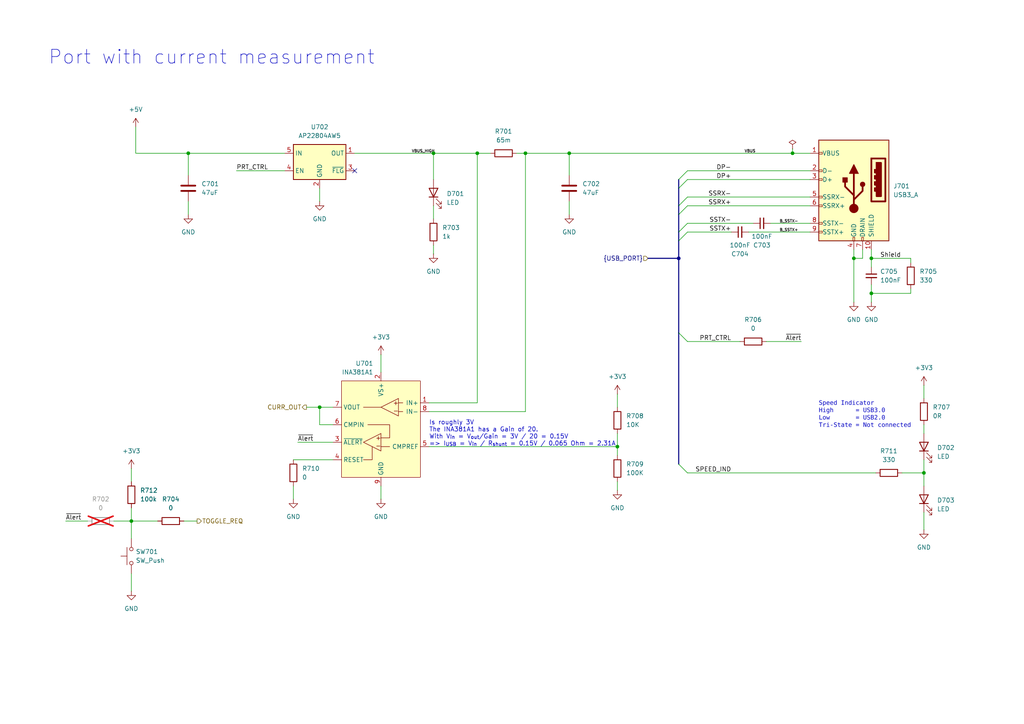
<source format=kicad_sch>
(kicad_sch (version 20231120) (generator "eeschema") (generator_version "8.0")
  (paper "A4")
  (title_block (title "USB3 Hub") (date "${date}") (rev "${revision}") (company "Fabian Pflug"))
  (lib_symbols
    (symbol "Connector:USB3_A" (pin_names (offset 1.016))
      (property "Reference" "J" (at -10.16 15.24 0))
      (property "Value" "USB3_A" (at 10.16 15.24 0))
      (symbol "USB3_A_0_0"
        (rectangle (start -9.144 8.636) (end -5.08 -3.81) (stroke (width 0.508)))
        (rectangle (start -7.874 7.366) (end -6.604 -2.286) (stroke (width 0.508)) (fill (type outline)))
        (rectangle (start -6.35 0) (end -6.096 -0.762) (stroke (width 0.508)))
        (rectangle (start -6.35 1.778) (end -6.096 1.016) (stroke (width 0.508)))
        (rectangle (start -6.35 3.556) (end -6.096 2.794) (stroke (width 0.508)))
        (rectangle (start -6.35 5.334) (end -6.096 4.572) (stroke (width 0.508)))
        (rectangle (start -2.794 -15.24) (end -2.286 -14.224))
        (rectangle (start -0.254 -15.24) (end 0.254 -14.224))
        (rectangle (start 10.16 -12.446) (end 9.144 -12.954))
        (rectangle (start 10.16 -9.906) (end 9.144 -10.414))
        (rectangle (start 10.16 -4.826) (end 9.144 -5.334))
        (rectangle (start 10.16 -2.286) (end 9.144 -2.794))
        (rectangle (start 10.16 2.794) (end 9.144 2.286))
        (rectangle (start 10.16 5.334) (end 9.144 4.826))
        (rectangle (start 10.16 10.414) (end 9.144 9.906))
      )
      (symbol "USB3_A_0_1"
        (rectangle (start -10.16 13.97) (end 10.16 -15.24) (stroke (width 0.254)) (fill (type background)))
      )
      (symbol "USB3_A_1_1"
        (circle (center -2.54 1.143) (radius 0.635) (stroke (width 0.254)) (fill (type outline)))
        (circle (center 0 -5.842) (radius 1.27) (fill (type outline)))
        (polyline (pts (xy 0 -5.842) (xy 0 4.318)) (stroke (width 0.508)))
        (polyline (pts (xy 0 -3.302) (xy -2.54 -0.762) (xy -2.54 0.508)) (stroke (width 0.508)))
        (polyline (pts (xy 0 -2.032) (xy 2.54 0.508) (xy 2.54 1.778)) (stroke (width 0.508)))
        (polyline (pts (xy -1.27 4.318) (xy 0 6.858) (xy 1.27 4.318) (xy -1.27 4.318)) (stroke (width 0.254)) (fill (type outline)))
        (rectangle (start 1.905 1.778) (end 3.175 3.048) (stroke (width 0.254)) (fill (type outline)))
        (pin power_in line (at 12.7 10.16 180) (length 2.54) (name "VBUS") (number "1"))
        (pin passive line (at -5.08 -17.78 90) (length 2.54) (name "SHIELD") (number "10"))
        (pin bidirectional line (at 12.7 5.08 180) (length 2.54) (name "D-") (number "2"))
        (pin bidirectional line (at 12.7 2.54 180) (length 2.54) (name "D+") (number "3"))
        (pin power_in line (at 0 -17.78 90) (length 2.54) (name "GND") (number "4"))
        (pin output line (at 12.7 -2.54 180) (length 2.54) (name "SSRX-") (number "5"))
        (pin output line (at 12.7 -5.08 180) (length 2.54) (name "SSRX+") (number "6"))
        (pin passive line (at -2.54 -17.78 90) (length 2.54) (name "DRAIN") (number "7"))
        (pin input line (at 12.7 -10.16 180) (length 2.54) (name "SSTX-") (number "8"))
        (pin input line (at 12.7 -12.7 180) (length 2.54) (name "SSTX+") (number "9"))
      )
    )
    (symbol "Device:C" (pin_numbers hide) (pin_names (offset 0.254))
      (property "Reference" "C" (at 0.635 2.54 0))
      (property "Value" "C" (at 0.635 -2.54 0))
      (symbol "C_0_1"
        (polyline (pts (xy -2.032 -0.762) (xy 2.032 -0.762)) (stroke (width 0.508)))
        (polyline (pts (xy -2.032 0.762) (xy 2.032 0.762)) (stroke (width 0.508)))
      )
      (symbol "C_1_1"
        (pin passive line (at 0 3.81 270) (length 2.794) (name "~") (number "1"))
        (pin passive line (at 0 -3.81 90) (length 2.794) (name "~") (number "2"))
      )
    )
    (symbol "Device:C_Small" (pin_numbers hide) (pin_names (offset 0.254) hide)
      (property "Reference" "C" (at 0.254 1.778 0))
      (property "Value" "C_Small" (at 0.254 -2.032 0))
      (symbol "C_Small_0_1"
        (polyline (pts (xy -1.524 -0.508) (xy 1.524 -0.508)) (stroke (width 0.3302)))
        (polyline (pts (xy -1.524 0.508) (xy 1.524 0.508)) (stroke (width 0.3048)))
      )
      (symbol "C_Small_1_1"
        (pin passive line (at 0 2.54 270) (length 2.032) (name "~") (number "1"))
        (pin passive line (at 0 -2.54 90) (length 2.032) (name "~") (number "2"))
      )
    )
    (symbol "Device:LED" (pin_numbers hide) (pin_names (offset 1.016) hide)
      (property "Reference" "D" (at 0 2.54 0))
      (property "Value" "LED" (at 0 -2.54 0))
      (symbol "LED_0_1"
        (polyline (pts (xy -1.27 -1.27) (xy -1.27 1.27)) (stroke (width 0.254)))
        (polyline (pts (xy -1.27 0) (xy 1.27 0)))
        (polyline (pts (xy 1.27 -1.27) (xy 1.27 1.27) (xy -1.27 0) (xy 1.27 -1.27)) (stroke (width 0.254)))
        (polyline (pts (xy -3.048 -0.762) (xy -4.572 -2.286) (xy -3.81 -2.286) (xy -4.572 -2.286) (xy -4.572 -1.524)))
        (polyline (pts (xy -1.778 -0.762) (xy -3.302 -2.286) (xy -2.54 -2.286) (xy -3.302 -2.286) (xy -3.302 -1.524)))
      )
      (symbol "LED_1_1"
        (pin passive line (at -3.81 0 0) (length 2.54) (name "K") (number "1"))
        (pin passive line (at 3.81 0 180) (length 2.54) (name "A") (number "2"))
      )
    )
    (symbol "Device:R" (pin_numbers hide) (pin_names (offset 0))
      (property "Reference" "R" (at 2.032 0 90))
      (property "Value" "R" (at 0 0 90))
      (symbol "R_0_1"
        (rectangle (start -1.016 -2.54) (end 1.016 2.54) (stroke (width 0.254)))
      )
      (symbol "R_1_1"
        (pin passive line (at 0 3.81 270) (length 1.27) (name "~") (number "1"))
        (pin passive line (at 0 -3.81 90) (length 1.27) (name "~") (number "2"))
      )
    )
    (symbol "Power_Management:AP22804AW5"
      (property "Reference" "U" (at -7.62 -6.35 0))
      (property "Value" "AP22804AW5" (at -7.62 6.35 0))
      (symbol "AP22804AW5_0_1"
        (rectangle (start -7.62 5.08) (end 7.62 -5.08) (stroke (width 0.254)) (fill (type background)))
      )
      (symbol "AP22804AW5_1_1"
        (pin power_out line (at 10.16 2.54 180) (length 2.54) (name "OUT") (number "1"))
        (pin power_in line (at 0 -7.62 90) (length 2.54) (name "GND") (number "2"))
        (pin open_collector line (at 10.16 -2.54 180) (length 2.54) (name "~{FLG}") (number "3"))
        (pin input line (at -10.16 -2.54 0) (length 2.54) (name "EN") (number "4"))
        (pin power_in line (at -10.16 2.54 0) (length 2.54) (name "IN") (number "5"))
      )
    )
    (symbol "Switch:SW_Push" (pin_numbers hide) (pin_names (offset 1.016) hide)
      (property "Reference" "SW" (at 1.27 2.54 0))
      (property "Value" "SW_Push" (at 0 -1.524 0))
      (symbol "SW_Push_0_1"
        (circle (center -2.032 0) (radius 0.508))
        (polyline (pts (xy 0 1.27) (xy 0 3.048)))
        (polyline (pts (xy 2.54 1.27) (xy -2.54 1.27)))
        (circle (center 2.032 0) (radius 0.508))
        (pin passive line (at -5.08 0 0) (length 2.54) (name "1") (number "1"))
        (pin passive line (at 5.08 0 180) (length 2.54) (name "2") (number "2"))
      )
    )
    (symbol "g-power:INA381"
      (property "Reference" "U" (at -10.414 15.24 0))
      (property "Value" "INA381" (at 7.62 15.24 0))
      (symbol "INA381_0_1"
        (polyline (pts (xy -5.08 8.89) (xy -5.08 3.81) (xy 0 6.35) (xy -5.08 8.89)))
        (polyline (pts (xy 0 -1.27) (xy 0 -6.35) (xy 5.08 -3.81) (xy 0 -1.27)))
      )
      (symbol "INA381_1_1"
        (rectangle (start -11.43 13.97) (end 11.43 -13.97) (fill (type background)))
        (polyline (pts (xy -5.08 5.08) (xy -6.35 5.08)))
        (polyline (pts (xy -5.08 7.62) (xy -6.35 7.62)))
        (polyline (pts (xy 0 -5.08) (xy -2.54 -5.08)))
        (polyline (pts (xy 0 6.35) (xy 5.08 6.35)))
        (polyline (pts (xy 2.54 -5.08) (xy 2.54 -8.89) (xy 5.08 -8.89)))
        (polyline (pts (xy 3.81 1.27) (xy -2.54 1.27) (xy -2.54 -2.54) (xy 0 -2.54)))
        (text "+" (at -4.318 7.62 0) (effects (font (size 1.27 1.27))))
        (text "+" (at 0.762 -2.54 0) (effects (font (size 1.27 1.27))))
        (text "-" (at -4.318 5.334 0) (effects (font (size 1.27 1.27))))
        (text "-" (at 0.762 -4.826 0) (effects (font (size 1.27 1.27))))
        (pin input line (at -13.97 7.62 0) (length 2.54) (name "IN+") (number "1"))
        (pin power_in line (at 0 16.51 270) (length 2.54) (name "VS+") (number "2"))
        (pin open_collector line (at 13.97 -3.81 180) (length 2.54) (name "~{ALERT}") (number "3"))
        (pin input line (at 13.97 -8.89 180) (length 2.54) (name "RESET") (number "4"))
        (pin input line (at -13.97 -5.08 0) (length 2.54) (name "CMPREF") (number "5"))
        (pin input line (at 13.97 1.27 180) (length 2.54) (name "CMPIN") (number "6"))
        (pin output line (at 13.97 6.35 180) (length 2.54) (name "VOUT") (number "7"))
        (pin input line (at -13.97 5.08 0) (length 2.54) (name "IN-") (number "8"))
        (pin power_in line (at 0 -16.51 90) (length 2.54) (name "GND") (number "9"))
      )
    )
    (symbol "power:+3V3" (power) (pin_numbers hide) (pin_names (offset 0) hide)
      (property "Value" "+3V3" (at 0 3.556 0))
      (symbol "+3V3_0_1"
        (polyline (pts (xy -0.762 1.27) (xy 0 2.54)))
        (polyline (pts (xy 0 0) (xy 0 2.54)))
        (polyline (pts (xy 0 2.54) (xy 0.762 1.27)))
      )
      (symbol "+3V3_1_1"
        (pin power_in line (at 0 0 90) (length 0) (name "~") (number "1"))
      )
    )
    (symbol "power:+5V" (power) (pin_numbers hide) (pin_names (offset 0) hide)
      (property "Value" "+5V" (at 0 3.556 0))
      (symbol "+5V_0_1"
        (polyline (pts (xy -0.762 1.27) (xy 0 2.54)))
        (polyline (pts (xy 0 0) (xy 0 2.54)))
        (polyline (pts (xy 0 2.54) (xy 0.762 1.27)))
      )
      (symbol "+5V_1_1"
        (pin power_in line (at 0 0 90) (length 0) (name "~") (number "1"))
      )
    )
    (symbol "power:GND" (power) (pin_numbers hide) (pin_names (offset 0) hide)
      (property "Value" "GND" (at 0 -3.81 0))
      (symbol "GND_0_1"
        (polyline (pts (xy 0 0) (xy 0 -1.27) (xy 1.27 -1.27) (xy 0 -2.54) (xy -1.27 -1.27) (xy 0 -1.27)))
      )
      (symbol "GND_1_1"
        (pin power_in line (at 0 0 270) (length 0) (name "~") (number "1"))
      )
    )
    (symbol "power:PWR_FLAG" (power) (pin_numbers hide) (pin_names (offset 0) hide)
      (property "Value" "PWR_FLAG" (at 0 3.81 0))
      (symbol "PWR_FLAG_0_0"
        (pin power_out line (at 0 0 90) (length 0) (name "~") (number "1"))
      )
      (symbol "PWR_FLAG_0_1"
        (polyline (pts (xy 0 0) (xy 0 1.27) (xy -1.016 1.905) (xy 0 2.54) (xy 1.016 1.905) (xy 0 1.27)))
      )
    )
  )
  (junction (at 267.97 137.16))
  (junction (at 152.4 44.45))
  (junction (at 179.07 129.54))
  (junction (at 54.61 44.45))
  (junction (at 196.85 74.93))
  (junction (at 252.73 74.93))
  (junction (at 92.71 118.11))
  (junction (at 38.1 151.13))
  (junction (at 138.43 44.45))
  (junction (at 229.87 44.45))
  (junction (at 165.1 44.45))
  (junction (at 247.65 74.93))
  (junction (at 252.73 85.09))
  (junction (at 125.73 44.45))
  (no_connect (at 102.87 49.53))
  (bus_entry (at 196.85 96.52) (size 2.54 2.54))
  (bus_entry (at 196.85 69.85) (size 2.54 -2.54))
  (bus_entry (at 196.85 67.31) (size 2.54 -2.54))
  (bus_entry (at 196.85 62.23) (size 2.54 -2.54))
  (bus_entry (at 196.85 52.07) (size 2.54 -2.54))
  (bus_entry (at 196.85 59.69) (size 2.54 -2.54))
  (bus_entry (at 196.85 54.61) (size 2.54 -2.54))
  (bus_entry (at 196.85 134.62) (size 2.54 2.54))
  (bus (pts (xy 196.85 74.93) (xy 196.85 96.52)))
  (wire (pts (xy 38.1 156.21) (xy 38.1 151.13)))
  (wire (pts (xy 217.17 67.31) (xy 234.95 67.31)))
  (wire (pts (xy 199.39 52.07) (xy 234.95 52.07)))
  (wire (pts (xy 199.39 57.15) (xy 234.95 57.15)))
  (wire (pts (xy 267.97 137.16) (xy 267.97 140.97)))
  (bus (pts (xy 196.85 74.93) (xy 196.85 69.85)))
  (wire (pts (xy 138.43 44.45) (xy 142.24 44.45)))
  (bus (pts (xy 196.85 67.31) (xy 196.85 69.85)))
  (wire (pts (xy 54.61 58.42) (xy 54.61 62.23)))
  (bus (pts (xy 196.85 54.61) (xy 196.85 59.69)))
  (wire (pts (xy 125.73 71.12) (xy 125.73 73.66)))
  (wire (pts (xy 229.87 43.18) (xy 229.87 44.45)))
  (wire (pts (xy 199.39 137.16) (xy 254 137.16)))
  (wire (pts (xy 92.71 54.61) (xy 92.71 58.42)))
  (wire (pts (xy 38.1 151.13) (xy 45.72 151.13)))
  (wire (pts (xy 92.71 123.19) (xy 92.71 118.11)))
  (wire (pts (xy 152.4 44.45) (xy 152.4 119.38)))
  (wire (pts (xy 252.73 74.93) (xy 264.16 74.93)))
  (wire (pts (xy 179.07 114.3) (xy 179.07 118.11)))
  (wire (pts (xy 110.49 102.87) (xy 110.49 107.95)))
  (wire (pts (xy 54.61 44.45) (xy 54.61 50.8)))
  (wire (pts (xy 252.73 82.55) (xy 252.73 85.09)))
  (wire (pts (xy 234.95 44.45) (xy 229.87 44.45)))
  (wire (pts (xy 264.16 85.09) (xy 252.73 85.09)))
  (wire (pts (xy 152.4 44.45) (xy 165.1 44.45)))
  (wire (pts (xy 165.1 58.42) (xy 165.1 62.23)))
  (wire (pts (xy 247.65 72.39) (xy 247.65 74.93)))
  (wire (pts (xy 165.1 44.45) (xy 165.1 50.8)))
  (wire (pts (xy 110.49 140.97) (xy 110.49 144.78)))
  (wire (pts (xy 179.07 129.54) (xy 179.07 125.73)))
  (wire (pts (xy 199.39 99.06) (xy 214.63 99.06)))
  (wire (pts (xy 85.09 140.97) (xy 85.09 144.78)))
  (wire (pts (xy 222.25 99.06) (xy 232.41 99.06)))
  (wire (pts (xy 125.73 44.45) (xy 138.43 44.45)))
  (wire (pts (xy 261.62 137.16) (xy 267.97 137.16)))
  (wire (pts (xy 152.4 44.45) (xy 149.86 44.45)))
  (wire (pts (xy 165.1 44.45) (xy 229.87 44.45)))
  (bus (pts (xy 196.85 59.69) (xy 196.85 62.23)))
  (wire (pts (xy 138.43 116.84) (xy 138.43 44.45)))
  (wire (pts (xy 125.73 44.45) (xy 125.73 52.07)))
  (wire (pts (xy 86.36 128.27) (xy 96.52 128.27)))
  (wire (pts (xy 199.39 59.69) (xy 234.95 59.69)))
  (bus (pts (xy 196.85 96.52) (xy 196.85 134.62)))
  (wire (pts (xy 38.1 135.89) (xy 38.1 139.7)))
  (wire (pts (xy 179.07 139.7) (xy 179.07 142.24)))
  (wire (pts (xy 125.73 59.69) (xy 125.73 63.5)))
  (wire (pts (xy 199.39 49.53) (xy 234.95 49.53)))
  (wire (pts (xy 252.73 85.09) (xy 252.73 87.63)))
  (wire (pts (xy 124.46 116.84) (xy 138.43 116.84)))
  (wire (pts (xy 250.19 74.93) (xy 247.65 74.93)))
  (wire (pts (xy 247.65 74.93) (xy 247.65 87.63)))
  (wire (pts (xy 33.02 151.13) (xy 38.1 151.13)))
  (wire (pts (xy 39.37 44.45) (xy 39.37 36.83)))
  (wire (pts (xy 68.58 49.53) (xy 82.55 49.53)))
  (wire (pts (xy 264.16 83.82) (xy 264.16 85.09)))
  (wire (pts (xy 38.1 147.32) (xy 38.1 151.13)))
  (bus (pts (xy 187.96 74.93) (xy 196.85 74.93)))
  (bus (pts (xy 196.85 52.07) (xy 196.85 54.61)))
  (wire (pts (xy 223.52 64.77) (xy 234.95 64.77)))
  (wire (pts (xy 19.05 151.13) (xy 25.4 151.13)))
  (bus (pts (xy 196.85 62.23) (xy 196.85 67.31)))
  (wire (pts (xy 267.97 123.19) (xy 267.97 125.73)))
  (wire (pts (xy 38.1 166.37) (xy 38.1 171.45)))
  (wire (pts (xy 264.16 74.93) (xy 264.16 76.2)))
  (wire (pts (xy 267.97 133.35) (xy 267.97 137.16)))
  (wire (pts (xy 102.87 44.45) (xy 125.73 44.45)))
  (wire (pts (xy 199.39 64.77) (xy 218.44 64.77)))
  (wire (pts (xy 92.71 118.11) (xy 96.52 118.11)))
  (wire (pts (xy 53.34 151.13) (xy 57.15 151.13)))
  (wire (pts (xy 252.73 72.39) (xy 252.73 74.93)))
  (wire (pts (xy 124.46 129.54) (xy 179.07 129.54)))
  (wire (pts (xy 267.97 111.76) (xy 267.97 115.57)))
  (wire (pts (xy 252.73 74.93) (xy 252.73 77.47)))
  (wire (pts (xy 96.52 123.19) (xy 92.71 123.19)))
  (wire (pts (xy 267.97 148.59) (xy 267.97 153.67)))
  (wire (pts (xy 250.19 72.39) (xy 250.19 74.93)))
  (wire (pts (xy 179.07 129.54) (xy 179.07 132.08)))
  (wire (pts (xy 124.46 119.38) (xy 152.4 119.38)))
  (wire (pts (xy 85.09 133.35) (xy 96.52 133.35)))
  (wire (pts (xy 88.9 118.11) (xy 92.71 118.11)))
  (wire (pts (xy 54.61 44.45) (xy 82.55 44.45)))
  (wire (pts (xy 199.39 67.31) (xy 212.09 67.31)))
  (wire (pts (xy 39.37 44.45) (xy 54.61 44.45)))
  (text "Port with current measurement" (at 13.97 19.05 0) (effects (font (size 4 4)) (justify left bottom)))
  (text "Is roughly 3V\nThe INA381A1 has a Gain of 20.\nWith V_{in} = V_{out}/Gain = 3V / 20 = 0.15V\n=> I_{USB} = V_{in} / R_{shunt} = 0.15V / 0.065 Ohm = 2.31A\n" (at 124.46 125.73 0) (effects (font (size 1.27 1.27)) (justify left)))
  (text "Speed Indicator\nHigh      = USB3.0\nLow       = USB2.0\nTri-State = Not connected" (at 237.49 120.65 0) (effects (font (size 1.27 1.27)) (justify left)))
  (label "SSTX-" (at 212.09 64.77 180))
  (label "SSTX+" (at 212.09 67.31 180))
  (label "PRT_CTRL" (at 68.58 49.53 0))
  (label "VBUS_HIGH" (at 119.38 44.45 0) (effects (font (size 0.8 0.8))))
  (label "B_SSTX-" (at 226.06 64.77 0) (effects (font (size 0.8 0.8))))
  (label "SSRX+" (at 212.09 59.69 180))
  (label "DP+" (at 212.09 52.07 180))
  (label "~{Alert}" (at 232.41 99.06 180))
  (label "B_SSTX+" (at 226.06 67.31 0) (effects (font (size 0.8 0.8))))
  (label "DP-" (at 212.09 49.53 180))
  (label "Shield" (at 255.27 74.93 0))
  (label "~{Alert}" (at 19.05 151.13 0))
  (label "SSRX-" (at 212.09 57.15 180))
  (label "VBUS" (at 215.9 44.45 0) (effects (font (size 0.8 0.8))))
  (label "PRT_CTRL" (at 212.09 99.06 180))
  (label "SPEED_IND" (at 212.09 137.16 180))
  (label "~{Alert}" (at 86.36 128.27 0))
  (hierarchical_label "TOGGLE_REQ" (shape output) (at 57.15 151.13 0))
  (hierarchical_label "CURR_OUT" (shape output) (at 88.9 118.11 180))
  (hierarchical_label "{USB_PORT}" (shape input) (at 187.96 74.93 180))
  (symbol (lib_id "Device:R") (at 29.21 151.13 90) (unit 1) (dnp yes)
    (property "Reference" "R502" (at 29.21 144.78 90))
    (property "Value" "0" (at 29.21 147.32 90))
    (property "Footprint" "Resistor_SMD:R_0603_1608Metric" (effects (hide yes)))
    (property "Description" "Resistor" (effects (hide yes)))
    (instances (project "usb3-hub" (path "" (reference "R702") (unit 1)) (path "" (reference "R502") (unit 1)) (path "" (reference "R602") (unit 1))))
  )
  (symbol (lib_id "Device:R") (at 146.05 44.45 90) (unit 1)
    (property "Reference" "R701" (at 146.05 38.1 90))
    (property "Value" "65m" (at 146.05 40.64 90))
    (property "Footprint" "Resistor_SMD:R_1206_3216Metric" (effects (hide yes)))
    (property "Description" "Resistor" (effects (hide yes)))
    (instances (project "usb3-hub" (path "" (reference "R701") (unit 1)) (path "" (reference "R501") (unit 1)) (path "" (reference "R601") (unit 1))))
  )
  (symbol (lib_id "power:PWR_FLAG") (at 229.87 43.18 0) (unit 1) (in_bom no) (on_board no)
    (property "Reference" "#FLG0701" (effects (hide yes)))
    (property "Value" "PWR_FLAG" (effects (hide yes)))
    (property "Description" "Special symbol for telling ERC where power comes from" (effects (hide yes)))
    (instances (project "usb3-hub" (path "" (reference "#FLG0701") (unit 1)) (path "" (reference "#FLG0501") (unit 1)) (path "" (reference "#FLG0601") (unit 1))))
  )
  (symbol (lib_id "Device:C") (at 165.1 54.61 0) (unit 1)
    (property "Reference" "C702" (at 168.91 53.3399 0) (effects (justify left)))
    (property "Value" "47uF" (at 168.91 55.8799 0) (effects (justify left)))
    (property "Footprint" "Capacitor_SMD:C_1210_3225Metric" (effects (hide yes)))
    (property "Description" "Unpolarized capacitor" (effects (hide yes)))
    (instances (project "usb3-hub" (path "" (reference "C702") (unit 1)) (path "" (reference "C502") (unit 1)) (path "" (reference "C602") (unit 1))))
  )
  (symbol (lib_id "Power_Management:AP22804AW5") (at 92.71 46.99 0) (unit 1)
    (property "Reference" "U702" (at 92.71 36.83 0))
    (property "Value" "AP22804AW5" (at 92.71 39.37 0))
    (property "Footprint" "Package_TO_SOT_SMD:SOT-23-5" (effects (hide yes)))
    (property "Datasheet" "https://www.diodes.com/assets/Datasheets/AP22804_14.pdf" (effects (hide yes)))
    (property "Description" "Current limited 2.5A power switch, single channel, SOT-23-5" (effects (hide yes)))
    (instances (project "usb3-hub" (path "" (reference "U702") (unit 1)) (path "" (reference "U502") (unit 1)) (path "" (reference "U602") (unit 1))))
  )
  (symbol (lib_id "power:GND") (at 267.97 153.67 0) (unit 1)
    (property "Reference" "#PWR0715" (effects (hide yes)))
    (property "Value" "GND" (at 267.97 158.75 0))
    (property "Description" "Power symbol creates a global label with name \"GND\" , ground" (effects (hide yes)))
    (instances (project "usb3-hub" (path "" (reference "#PWR0715") (unit 1)) (path "" (reference "#PWR0515") (unit 1)) (path "" (reference "#PWR0615") (unit 1))))
  )
  (symbol (lib_id "Device:LED") (at 267.97 144.78 90) (unit 1)
    (property "Reference" "D703" (at 271.78 145.0974 90) (effects (justify right)))
    (property "Value" "LED" (at 271.78 147.6374 90) (effects (justify right)))
    (property "Footprint" "LED_SMD:LED_0603_1608Metric" (effects (hide yes)))
    (property "Description" "Light emitting diode" (effects (hide yes)))
    (instances (project "usb3-hub" (path "" (reference "D703") (unit 1)) (path "" (reference "D503") (unit 1)) (path "" (reference "D603") (unit 1))))
  )
  (symbol (lib_id "Switch:SW_Push") (at 38.1 161.29 90) (unit 1)
    (property "Reference" "SW701" (at 39.37 160.0199 90) (effects (justify right)))
    (property "Value" "SW_Push" (at 39.37 162.5599 90) (effects (justify right)))
    (property "Footprint" "Button_Switch_SMD:SW_SPST_TL3342" (effects (hide yes)))
    (property "Description" "Push button switch, generic, two pins" (effects (hide yes)))
    (instances (project "" (path "" (reference "SW701") (unit 1)) (path "" (reference "SW501") (unit 1)) (path "" (reference "SW601") (unit 1))))
  )
  (symbol (lib_id "Device:R") (at 267.97 119.38 0) (unit 1)
    (property "Reference" "R707" (at 270.51 118.1099 0) (effects (justify left)))
    (property "Value" "0R" (at 270.51 120.6499 0) (effects (justify left)))
    (property "Footprint" "Resistor_SMD:R_0603_1608Metric" (effects (hide yes)))
    (property "Description" "Resistor" (effects (hide yes)))
    (instances (project "" (path "" (reference "R707") (unit 1)) (path "" (reference "R507") (unit 1)) (path "" (reference "R607") (unit 1))))
  )
  (symbol (lib_id "g-power:INA381") (at 110.49 124.46 0) (mirror y) (unit 1)
    (property "Reference" "U701" (at 108.2959 105.41 0) (effects (justify left)))
    (property "Value" "INA381A1" (at 108.2959 107.95 0) (effects (justify left)))
    (property "Footprint" "g-Package_DFN:8-WSON_2x2mm" (effects (hide yes)))
    (instances (project "usb3-hub" (path "" (reference "U701") (unit 1)) (path "" (reference "U501") (unit 1)) (path "" (reference "U601") (unit 1))))
  )
  (symbol (lib_id "power:GND") (at 252.73 87.63 0) (unit 1)
    (property "Reference" "#PWR0707" (effects (hide yes)))
    (property "Value" "GND" (at 252.73 92.71 0))
    (property "Description" "Power symbol creates a global label with name \"GND\" , ground" (effects (hide yes)))
    (instances (project "usb3-hub" (path "" (reference "#PWR0707") (unit 1)) (path "" (reference "#PWR0507") (unit 1)) (path "" (reference "#PWR0607") (unit 1))))
  )
  (symbol (lib_id "Device:R") (at 179.07 135.89 0) (unit 1)
    (property "Reference" "R709" (at 181.61 134.6199 0) (effects (justify left)))
    (property "Value" "100K" (at 181.61 137.1599 0) (effects (justify left)))
    (property "Footprint" "Resistor_SMD:R_0603_1608Metric" (effects (hide yes)))
    (property "Description" "Resistor" (effects (hide yes)))
    (instances (project "usb3-hub" (path "" (reference "R709") (unit 1)) (path "" (reference "R509") (unit 1)) (path "" (reference "R609") (unit 1))))
  )
  (symbol (lib_id "power:GND") (at 247.65 87.63 0) (unit 1)
    (property "Reference" "#PWR0706" (effects (hide yes)))
    (property "Value" "GND" (at 247.65 92.71 0))
    (property "Description" "Power symbol creates a global label with name \"GND\" , ground" (effects (hide yes)))
    (instances (project "usb3-hub" (path "" (reference "#PWR0706") (unit 1)) (path "" (reference "#PWR0506") (unit 1)) (path "" (reference "#PWR0606") (unit 1))))
  )
  (symbol (lib_id "Device:R") (at 125.73 67.31 0) (unit 1)
    (property "Reference" "R703" (at 128.27 66.0399 0) (effects (justify left)))
    (property "Value" "1k" (at 128.27 68.5799 0) (effects (justify left)))
    (property "Footprint" "Resistor_SMD:R_0603_1608Metric" (effects (hide yes)))
    (property "Description" "Resistor" (effects (hide yes)))
    (instances (project "usb3-hub" (path "" (reference "R703") (unit 1)) (path "" (reference "R503") (unit 1)) (path "" (reference "R603") (unit 1))))
  )
  (symbol (lib_id "Device:R") (at 218.44 99.06 90) (unit 1)
    (property "Reference" "R706" (at 218.44 92.71 90))
    (property "Value" "0" (at 218.44 95.25 90))
    (property "Footprint" "Resistor_SMD:R_0603_1608Metric" (effects (hide yes)))
    (property "Description" "Resistor" (effects (hide yes)))
    (instances (project "usb3-hub" (path "" (reference "R706") (unit 1)) (path "" (reference "R506") (unit 1)) (path "" (reference "R606") (unit 1))))
  )
  (symbol (lib_id "Device:C_Small") (at 214.63 67.31 90) (mirror x) (unit 1)
    (property "Reference" "C704" (at 214.6363 73.66 90))
    (property "Value" "100nF" (at 214.6363 71.12 90))
    (property "Footprint" "Capacitor_SMD:C_0402_1005Metric" (effects (hide yes)))
    (property "Description" "Unpolarized capacitor, small symbol" (effects (hide yes)))
    (instances (project "usb3-hub" (path "" (reference "C704") (unit 1)) (path "" (reference "C504") (unit 1)) (path "" (reference "C604") (unit 1))))
  )
  (symbol (lib_id "power:GND") (at 38.1 171.45 0) (unit 1)
    (property "Reference" "#PWR0716" (effects (hide yes)))
    (property "Value" "GND" (at 38.1 176.53 0))
    (property "Description" "Power symbol creates a global label with name \"GND\" , ground" (effects (hide yes)))
    (instances (project "usb3-hub" (path "" (reference "#PWR0716") (unit 1)) (path "" (reference "#PWR0516") (unit 1)) (path "" (reference "#PWR0616") (unit 1))))
  )
  (symbol (lib_id "Device:R") (at 38.1 143.51 0) (unit 1)
    (property "Reference" "R712" (at 40.64 142.2399 0) (effects (justify left)))
    (property "Value" "100k" (at 40.64 144.7799 0) (effects (justify left)))
    (property "Footprint" "Resistor_SMD:R_0603_1608Metric" (effects (hide yes)))
    (property "Description" "Resistor" (effects (hide yes)))
    (instances (project "" (path "" (reference "R712") (unit 1)) (path "" (reference "R512") (unit 1)) (path "" (reference "R612") (unit 1))))
  )
  (symbol (lib_id "power:+5V") (at 39.37 36.83 0) (unit 1)
    (property "Reference" "#PWR0701" (effects (hide yes)))
    (property "Value" "+5V" (at 39.37 31.75 0))
    (property "Description" "Power symbol creates a global label with name \"+5V\"" (effects (hide yes)))
    (instances (project "usb3-hub" (path "" (reference "#PWR0701") (unit 1)) (path "" (reference "#PWR0501") (unit 1)) (path "" (reference "#PWR0601") (unit 1))))
  )
  (symbol (lib_id "Device:C") (at 54.61 54.61 0) (unit 1)
    (property "Reference" "C701" (at 58.42 53.3399 0) (effects (justify left)))
    (property "Value" "47uF" (at 58.42 55.8799 0) (effects (justify left)))
    (property "Footprint" "Capacitor_SMD:C_1210_3225Metric" (effects (hide yes)))
    (property "Description" "Unpolarized capacitor" (effects (hide yes)))
    (instances (project "usb3-hub" (path "" (reference "C701") (unit 1)) (path "" (reference "C501") (unit 1)) (path "" (reference "C601") (unit 1))))
  )
  (symbol (lib_id "power:+3V3") (at 267.97 111.76 0) (unit 1)
    (property "Reference" "#PWR0709" (effects (hide yes)))
    (property "Value" "+3V3" (at 267.97 106.68 0))
    (property "Description" "Power symbol creates a global label with name \"+3V3\"" (effects (hide yes)))
    (instances (project "usb3-hub" (path "" (reference "#PWR0709") (unit 1)) (path "" (reference "#PWR0509") (unit 1)) (path "" (reference "#PWR0609") (unit 1))))
  )
  (symbol (lib_id "Device:R") (at 264.16 80.01 0) (unit 1)
    (property "Reference" "R705" (at 266.7 78.7399 0) (effects (justify left)))
    (property "Value" "330" (at 266.7 81.2799 0) (effects (justify left)))
    (property "Footprint" "Resistor_SMD:R_0603_1608Metric" (effects (hide yes)))
    (property "Description" "Resistor" (effects (hide yes)))
    (instances (project "usb3-hub" (path "" (reference "R705") (unit 1)) (path "" (reference "R505") (unit 1)) (path "" (reference "R605") (unit 1))))
  )
  (symbol (lib_id "power:GND") (at 54.61 62.23 0) (unit 1)
    (property "Reference" "#PWR0702" (effects (hide yes)))
    (property "Value" "GND" (at 54.61 67.31 0))
    (property "Description" "Power symbol creates a global label with name \"GND\" , ground" (effects (hide yes)))
    (instances (project "usb3-hub" (path "" (reference "#PWR0702") (unit 1)) (path "" (reference "#PWR0502") (unit 1)) (path "" (reference "#PWR0602") (unit 1))))
  )
  (symbol (lib_id "power:+3V3") (at 179.07 114.3 0) (unit 1)
    (property "Reference" "#PWR0710" (effects (hide yes)))
    (property "Value" "+3V3" (at 179.07 109.22 0))
    (property "Description" "Power symbol creates a global label with name \"+3V3\"" (effects (hide yes)))
    (instances (project "usb3-hub" (path "" (reference "#PWR0710") (unit 1)) (path "" (reference "#PWR0510") (unit 1)) (path "" (reference "#PWR0610") (unit 1))))
  )
  (symbol (lib_id "Device:R") (at 85.09 137.16 0) (unit 1)
    (property "Reference" "R710" (at 87.63 135.8899 0) (effects (justify left)))
    (property "Value" "0" (at 87.63 138.4299 0) (effects (justify left)))
    (property "Footprint" "Resistor_SMD:R_0603_1608Metric" (effects (hide yes)))
    (property "Description" "Resistor" (effects (hide yes)))
    (instances (project "usb3-hub" (path "" (reference "R710") (unit 1)) (path "" (reference "R510") (unit 1)) (path "" (reference "R610") (unit 1))))
  )
  (symbol (lib_id "Device:R") (at 49.53 151.13 90) (unit 1)
    (property "Reference" "R504" (at 49.53 144.78 90))
    (property "Value" "0" (at 49.53 147.32 90))
    (property "Footprint" "Resistor_SMD:R_0603_1608Metric" (effects (hide yes)))
    (property "Description" "Resistor" (effects (hide yes)))
    (instances (project "usb3-hub" (path "" (reference "R704") (unit 1)) (path "" (reference "R504") (unit 1)) (path "" (reference "R604") (unit 1))))
  )
  (symbol (lib_id "Device:C_Small") (at 252.73 80.01 0) (unit 1)
    (property "Reference" "C705" (at 255.27 78.7462 0) (effects (justify left)))
    (property "Value" "100nF" (at 255.27 81.2862 0) (effects (justify left)))
    (property "Footprint" "Capacitor_SMD:C_0402_1005Metric" (effects (hide yes)))
    (property "Description" "Unpolarized capacitor, small symbol" (effects (hide yes)))
    (instances (project "usb3-hub" (path "" (reference "C705") (unit 1)) (path "" (reference "C505") (unit 1)) (path "" (reference "C605") (unit 1))))
  )
  (symbol (lib_id "power:+3V3") (at 110.49 102.87 0) (unit 1)
    (property "Reference" "#PWR0708" (effects (hide yes)))
    (property "Value" "+3V3" (at 110.49 97.79 0))
    (property "Description" "Power symbol creates a global label with name \"+3V3\"" (effects (hide yes)))
    (instances (project "usb3-hub" (path "" (reference "#PWR0708") (unit 1)) (path "" (reference "#PWR0508") (unit 1)) (path "" (reference "#PWR0608") (unit 1))))
  )
  (symbol (lib_id "power:+3V3") (at 38.1 135.89 0) (unit 1)
    (property "Reference" "#PWR0711" (effects (hide yes)))
    (property "Value" "+3V3" (at 38.1 130.81 0))
    (property "Description" "Power symbol creates a global label with name \"+3V3\"" (effects (hide yes)))
    (instances (project "usb3-hub" (path "" (reference "#PWR0711") (unit 1)) (path "" (reference "#PWR0511") (unit 1)) (path "" (reference "#PWR0611") (unit 1))))
  )
  (symbol (lib_id "Device:R") (at 257.81 137.16 90) (unit 1)
    (property "Reference" "R711" (at 257.81 130.81 90))
    (property "Value" "330" (at 257.81 133.35 90))
    (property "Footprint" "Resistor_SMD:R_0603_1608Metric" (effects (hide yes)))
    (property "Description" "Resistor" (effects (hide yes)))
    (instances (project "usb3-hub" (path "" (reference "R711") (unit 1)) (path "" (reference "R511") (unit 1)) (path "" (reference "R611") (unit 1))))
  )
  (symbol (lib_id "Device:LED") (at 267.97 129.54 90) (unit 1)
    (property "Reference" "D702" (at 271.78 129.8574 90) (effects (justify right)))
    (property "Value" "LED" (at 271.78 132.3974 90) (effects (justify right)))
    (property "Footprint" "LED_SMD:LED_0603_1608Metric" (effects (hide yes)))
    (property "Description" "Light emitting diode" (effects (hide yes)))
    (instances (project "usb3-hub" (path "" (reference "D702") (unit 1)) (path "" (reference "D502") (unit 1)) (path "" (reference "D602") (unit 1))))
  )
  (symbol (lib_id "Device:C_Small") (at 220.98 64.77 90) (mirror x) (unit 1)
    (property "Reference" "C703" (at 220.9863 71.12 90))
    (property "Value" "100nF" (at 220.9863 68.58 90))
    (property "Footprint" "Capacitor_SMD:C_0402_1005Metric" (effects (hide yes)))
    (property "Description" "Unpolarized capacitor, small symbol" (effects (hide yes)))
    (instances (project "usb3-hub" (path "" (reference "C703") (unit 1)) (path "" (reference "C503") (unit 1)) (path "" (reference "C603") (unit 1))))
  )
  (symbol (lib_id "power:GND") (at 110.49 144.78 0) (unit 1)
    (property "Reference" "#PWR0714" (effects (hide yes)))
    (property "Value" "GND" (at 110.49 149.86 0))
    (property "Description" "Power symbol creates a global label with name \"GND\" , ground" (effects (hide yes)))
    (instances (project "usb3-hub" (path "" (reference "#PWR0714") (unit 1)) (path "" (reference "#PWR0514") (unit 1)) (path "" (reference "#PWR0614") (unit 1))))
  )
  (symbol (lib_id "power:GND") (at 92.71 58.42 0) (unit 1)
    (property "Reference" "#PWR0717" (effects (hide yes)))
    (property "Value" "GND" (at 92.71 63.5 0))
    (property "Description" "Power symbol creates a global label with name \"GND\" , ground" (effects (hide yes)))
    (instances (project "usb3-hub" (path "" (reference "#PWR0717") (unit 1)) (path "" (reference "#PWR0517") (unit 1)) (path "" (reference "#PWR0617") (unit 1))))
  )
  (symbol (lib_id "power:GND") (at 125.73 73.66 0) (unit 1)
    (property "Reference" "#PWR0704" (effects (hide yes)))
    (property "Value" "GND" (at 125.73 78.74 0))
    (property "Description" "Power symbol creates a global label with name \"GND\" , ground" (effects (hide yes)))
    (instances (project "usb3-hub" (path "" (reference "#PWR0704") (unit 1)) (path "" (reference "#PWR0504") (unit 1)) (path "" (reference "#PWR0604") (unit 1))))
  )
  (symbol (lib_id "Connector:USB3_A") (at 247.65 54.61 0) (mirror y) (unit 1)
    (property "Reference" "J701" (at 259.08 53.9749 0) (effects (justify right)))
    (property "Value" "USB3_A" (at 259.08 56.5149 0) (effects (justify right)))
    (property "Footprint" "g-Connector_USB:AMPHENOL_GSB312137CHR" (effects (hide yes)))
    (property "Description" "USB 3.0 A connector" (effects (hide yes)))
    (instances (project "usb3-hub" (path "" (reference "J701") (unit 1)) (path "" (reference "J501") (unit 1)) (path "" (reference "J601") (unit 1))))
  )
  (symbol (lib_id "Device:LED") (at 125.73 55.88 90) (unit 1)
    (property "Reference" "D701" (at 129.54 56.1974 90) (effects (justify right)))
    (property "Value" "LED" (at 129.54 58.7374 90) (effects (justify right)))
    (property "Footprint" "LED_SMD:LED_0603_1608Metric" (effects (hide yes)))
    (property "Description" "Light emitting diode" (effects (hide yes)))
    (instances (project "usb3-hub" (path "" (reference "D701") (unit 1)) (path "" (reference "D501") (unit 1)) (path "" (reference "D601") (unit 1))))
  )
  (symbol (lib_id "power:GND") (at 179.07 142.24 0) (unit 1)
    (property "Reference" "#PWR0712" (effects (hide yes)))
    (property "Value" "GND" (at 179.07 147.32 0))
    (property "Description" "Power symbol creates a global label with name \"GND\" , ground" (effects (hide yes)))
    (instances (project "usb3-hub" (path "" (reference "#PWR0712") (unit 1)) (path "" (reference "#PWR0512") (unit 1)) (path "" (reference "#PWR0612") (unit 1))))
  )
  (symbol (lib_id "power:GND") (at 165.1 62.23 0) (unit 1)
    (property "Reference" "#PWR0703" (effects (hide yes)))
    (property "Value" "GND" (at 165.1 67.31 0))
    (property "Description" "Power symbol creates a global label with name \"GND\" , ground" (effects (hide yes)))
    (instances (project "usb3-hub" (path "" (reference "#PWR0703") (unit 1)) (path "" (reference "#PWR0503") (unit 1)) (path "" (reference "#PWR0603") (unit 1))))
  )
  (symbol (lib_id "Device:R") (at 179.07 121.92 0) (unit 1)
    (property "Reference" "R708" (at 181.61 120.6499 0) (effects (justify left)))
    (property "Value" "10K" (at 181.61 123.1899 0) (effects (justify left)))
    (property "Footprint" "Resistor_SMD:R_0603_1608Metric" (effects (hide yes)))
    (property "Description" "Resistor" (effects (hide yes)))
    (instances (project "usb3-hub" (path "" (reference "R708") (unit 1)) (path "" (reference "R508") (unit 1)) (path "" (reference "R608") (unit 1))))
  )
  (symbol (lib_id "power:GND") (at 85.09 144.78 0) (unit 1)
    (property "Reference" "#PWR0713" (effects (hide yes)))
    (property "Value" "GND" (at 85.09 149.86 0))
    (property "Description" "Power symbol creates a global label with name \"GND\" , ground" (effects (hide yes)))
    (instances (project "usb3-hub" (path "" (reference "#PWR0713") (unit 1)) (path "" (reference "#PWR0513") (unit 1)) (path "" (reference "#PWR0613") (unit 1))))
  )
)
</source>
